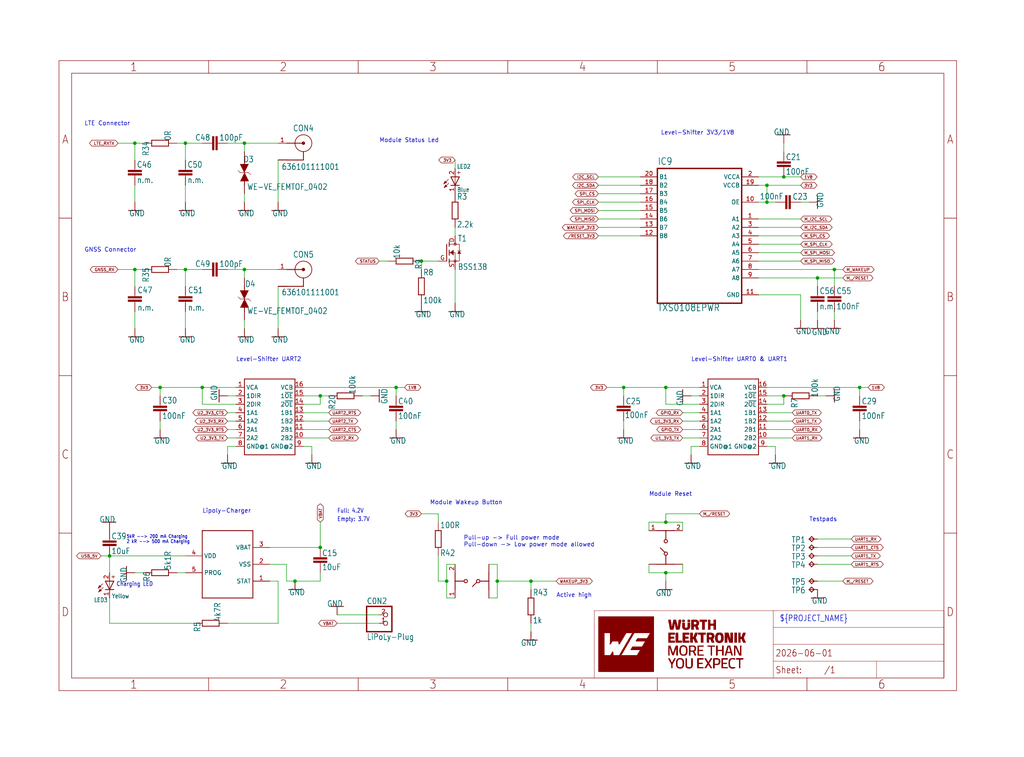
<source format=kicad_sch>
(kicad_sch (version 20231120) (generator "eeschema") (generator_version "8.0")
  (paper "User" 308.61 228.27)
  (lib_symbols
    (symbol "261503933xxxx_HW-V2-eagle-import:155124YS73200A_Eagle_WL-SMSW_rev20a_WL-SMSW_1204"
      (property "Reference" "D" (at -1.988 3.972 0))
      (symbol "155124YS73200A_Eagle_WL-SMSW_rev20a_WL-SMSW_1204_1_0"
        (text "+" (at 3.08 -1.74 0) (effects (font (size 1.27 1.0795)) (justify left bottom)))
        (pin passive line (at -2.54 0 0) (length 2.54) (name "-") (number "1"))
        (pin passive line (at 5.08 0 180) (length 2.54) (name "+") (number "2"))
      )
    )
    (symbol "261503933xxxx_HW-V2-eagle-import:434331013822_Eagle_WS-TASU_rev19b_434331013822"
      (symbol "434331013822_Eagle_WS-TASU_rev19b_434331013822_1_0"
        (pin passive line (at -5.08 5.08 0) (length 2.54) (name "1") (number "1"))
        (pin passive line (at 5.08 5.08 180) (length 2.54) (name "2") (number "2"))
        (pin passive line (at -5.08 -5.08 0) (length 2.54) (name "3") (number "3"))
        (pin passive line (at 5.08 -5.08 180) (length 2.54) (name "4") (number "4"))
        (pin passive line (at -5.08 -5.08 0) (length 2.54) (name "3") (number "5"))
        (pin passive line (at 5.08 -5.08 180) (length 2.54) (name "4") (number "6"))
      )
    )
    (symbol "261503933xxxx_HW-V2-eagle-import:8231714A_Eagle_WE-VE femtoF_rev19a_WE-VE_FEMTOF_0402"
      (property "Reference" "D" (at 1.27 2.54 0))
      (symbol "8231714A_Eagle_WE-VE femtoF_rev19a_WE-VE_FEMTOF_0402_1_0"
        (pin passive line (at 7.62 0 180) (length 2.54) (name "1") (number "1"))
        (pin passive line (at -5.08 0 0) (length 2.54) (name "2") (number "2"))
      )
    )
    (symbol "261503933xxxx_HW-V2-eagle-import:Eagle_WR-UMRF (rev21b)_636101111001"
      (property "Reference" "J" (at 0 3.54 0))
      (symbol "Eagle_WR-UMRF (rev21b)_636101111001_1_0"
        (pin passive line (at 7.62 0 180) (length 2.54) (name "1") (number "1"))
        (pin passive line (at 7.62 -5.08 180) (length 2.54) (name "2") (number "2"))
        (pin passive line (at 7.62 -5.08 180) (length 2.54) (name "2") (number "3"))
      )
    )
    (symbol "261503933xxxx_HW-V2-eagle-import:TI_SN74AVC4T245PWR"
      (symbol "TI_SN74AVC4T245PWR_1_0"
        (pin bidirectional line (at -10.16 7.62 0) (length 2.54) (name "VCA") (number "1"))
        (pin bidirectional line (at 10.16 -7.62 180) (length 2.54) (name "2B2") (number "10"))
        (pin bidirectional line (at 10.16 -5.08 180) (length 2.54) (name "2B1") (number "11"))
        (pin bidirectional line (at 10.16 -2.54 180) (length 2.54) (name "1B2") (number "12"))
        (pin bidirectional line (at 10.16 0 180) (length 2.54) (name "1B1") (number "13"))
        (pin bidirectional line (at 10.16 2.54 180) (length 2.54) (name "2~{OE}") (number "14"))
        (pin bidirectional line (at 10.16 5.08 180) (length 2.54) (name "1~{OE}") (number "15"))
        (pin bidirectional line (at 10.16 7.62 180) (length 2.54) (name "VCB") (number "16"))
        (pin bidirectional line (at -10.16 5.08 0) (length 2.54) (name "1DIR") (number "2"))
        (pin bidirectional line (at -10.16 2.54 0) (length 2.54) (name "2DIR") (number "3"))
        (pin bidirectional line (at -10.16 0 0) (length 2.54) (name "1A1") (number "4"))
        (pin bidirectional line (at -10.16 -2.54 0) (length 2.54) (name "1A2") (number "5"))
        (pin bidirectional line (at -10.16 -5.08 0) (length 2.54) (name "2A1") (number "6"))
        (pin bidirectional line (at -10.16 -7.62 0) (length 2.54) (name "2A2") (number "7"))
        (pin bidirectional line (at -10.16 -10.16 0) (length 2.54) (name "GND@1") (number "8"))
        (pin bidirectional line (at 10.16 -10.16 180) (length 2.54) (name "GND@2") (number "9"))
      )
    )
    (symbol "261503933xxxx_HW-V2-eagle-import:TI_TXS0108EPWR"
      (property "Reference" "U" (at -12.7 21.32 0))
      (symbol "TI_TXS0108EPWR_1_0"
        (pin bidirectional line (at 17.78 5.08 180) (length 5.08) (name "A1") (number "1"))
        (pin input line (at 17.78 10.16 180) (length 5.08) (name "OE") (number "10"))
        (pin power_in line (at 17.78 -17.78 180) (length 5.08) (name "GND") (number "11"))
        (pin bidirectional line (at -17.78 0 0) (length 5.08) (name "B8") (number "12"))
        (pin bidirectional line (at -17.78 2.54 0) (length 5.08) (name "B7") (number "13"))
        (pin bidirectional line (at -17.78 5.08 0) (length 5.08) (name "B6") (number "14"))
        (pin bidirectional line (at -17.78 7.62 0) (length 5.08) (name "B5") (number "15"))
        (pin bidirectional line (at -17.78 10.16 0) (length 5.08) (name "B4") (number "16"))
        (pin bidirectional line (at -17.78 12.7 0) (length 5.08) (name "B3") (number "17"))
        (pin bidirectional line (at -17.78 15.24 0) (length 5.08) (name "B2") (number "18"))
        (pin power_in line (at 17.78 15.24 180) (length 5.08) (name "VCCB") (number "19"))
        (pin power_in line (at 17.78 17.78 180) (length 5.08) (name "VCCA") (number "2"))
        (pin bidirectional line (at -17.78 17.78 0) (length 5.08) (name "B1") (number "20"))
        (pin bidirectional line (at 17.78 2.54 180) (length 5.08) (name "A2") (number "3"))
        (pin bidirectional line (at 17.78 0 180) (length 5.08) (name "A3") (number "4"))
        (pin bidirectional line (at 17.78 -2.54 180) (length 5.08) (name "A4") (number "5"))
        (pin bidirectional line (at 17.78 -5.08 180) (length 5.08) (name "A5") (number "6"))
        (pin bidirectional line (at 17.78 -7.62 180) (length 5.08) (name "A6") (number "7"))
        (pin bidirectional line (at 17.78 -10.16 180) (length 5.08) (name "A7") (number "8"))
        (pin bidirectional line (at 17.78 -12.7 180) (length 5.08) (name "A8") (number "9"))
      )
    )
    (symbol "261503933xxxx_HW-V2-eagle-import:adafruit_JST_2PIN"
      (property "Reference" "CN" (at -6.35 5.715 0))
      (symbol "adafruit_JST_2PIN_1_0"
        (pin passive inverted (at -2.54 0 0) (length 2.54) (name "2") (number "1"))
        (pin passive inverted (at -2.54 2.54 0) (length 2.54) (name "1") (number "2"))
      )
    )
    (symbol "261503933xxxx_HW-V2-eagle-import:frames_A4L-LOC_WE"
      (symbol "frames_A4L-LOC_WE_1_0"
        (text "${#}/${##}" (at 230.505 5.08 0) (effects (font (size 2 1.7)) (justify left bottom)))
        (text "${CURRENT_DATE}" (at 215.9 10.16 0) (effects (font (size 2 1.7)) (justify left bottom)))
        (text "${PROJECTNAME}" (at 215.9 15.24 0) (effects (font (size 2 1.7)) (justify left bottom)))
        (text "1" (at 22.5417 1.905 0) (effects (font (size 2.54 2.286))))
        (text "1" (at 22.5417 188.095 0) (effects (font (size 2.54 2.286))))
        (text "2" (at 67.625 1.905 0) (effects (font (size 2.54 2.286))))
        (text "2" (at 67.625 188.095 0) (effects (font (size 2.54 2.286))))
        (text "3" (at 112.7083 1.905 0) (effects (font (size 2.54 2.286))))
        (text "3" (at 112.7083 188.095 0) (effects (font (size 2.54 2.286))))
        (text "4" (at 157.7917 1.905 0) (effects (font (size 2.54 2.286))))
        (text "4" (at 157.7917 188.095 0) (effects (font (size 2.54 2.286))))
        (text "5" (at 202.875 1.905 0) (effects (font (size 2.54 2.286))))
        (text "5" (at 202.875 188.095 0) (effects (font (size 2.54 2.286))))
        (text "6" (at 247.9583 1.905 0) (effects (font (size 2.54 2.286))))
        (text "6" (at 247.9583 188.095 0) (effects (font (size 2.54 2.286))))
        (text "A" (at 1.905 166.25 0) (effects (font (size 2.54 2.286))))
        (text "A" (at 268.595 166.25 0) (effects (font (size 2.54 2.286))))
        (text "B" (at 1.905 118.75 0) (effects (font (size 2.54 2.286))))
        (text "B" (at 268.595 118.75 0) (effects (font (size 2.54 2.286))))
        (text "C" (at 1.905 71.25 0) (effects (font (size 2.54 2.286))))
        (text "C" (at 268.595 71.25 0) (effects (font (size 2.54 2.286))))
        (text "D" (at 1.905 23.75 0) (effects (font (size 2.54 2.286))))
        (text "D" (at 268.595 23.75 0) (effects (font (size 2.54 2.286))))
        (text "Sheet:" (at 215.9 5.08 0) (effects (font (size 2 1.7)) (justify left bottom)))
      )
    )
    (symbol "261503933xxxx_HW-V2-eagle-import:microchip_MCP73831T-2ACI/OT"
      (symbol "microchip_MCP73831T-2ACI/OT_1_0"
        (pin bidirectional line (at -12.7 5.08 0) (length 5.08) (name "STAT") (number "1"))
        (pin bidirectional line (at -12.7 0 0) (length 5.08) (name "VSS") (number "2"))
        (pin bidirectional line (at -12.7 -5.08 0) (length 5.08) (name "VBAT") (number "3"))
        (pin bidirectional line (at 12.7 -2.54 180) (length 5.08) (name "VDD") (number "4"))
        (pin bidirectional line (at 12.7 2.54 180) (length 5.08) (name "PROG") (number "5"))
      )
    )
    (symbol "261503933xxxx_HW-V2-eagle-import:rcl-WE_C0402_IPC"
      (property "Reference" "C" (at 1.524 0.381 0))
      (symbol "rcl-WE_C0402_IPC_1_0"
        (pin passive line (at 0 2.54 270) (length 2.54) (name "1") (number "1"))
        (pin passive line (at 0 -5.08 90) (length 2.54) (name "2") (number "2"))
      )
    )
    (symbol "261503933xxxx_HW-V2-eagle-import:rcl-WE_C0603_IPC"
      (property "Reference" "C" (at 1.524 0.381 0))
      (symbol "rcl-WE_C0603_IPC_1_0"
        (pin passive line (at 0 2.54 270) (length 2.54) (name "1") (number "1"))
        (pin passive line (at 0 -5.08 90) (length 2.54) (name "2") (number "2"))
      )
    )
    (symbol "261503933xxxx_HW-V2-eagle-import:rcl-WE_R0402_IPC"
      (property "Reference" "R" (at -1.4986 1.27 90))
      (symbol "rcl-WE_R0402_IPC_1_0"
        (pin passive line (at -5.08 0 0) (length 2.54) (name "1") (number "1"))
        (pin passive line (at 5.08 0 180) (length 2.54) (name "2") (number "2"))
      )
    )
    (symbol "261503933xxxx_HW-V2-eagle-import:rcl-amber_C0402_IPC"
      (property "Reference" "C" (at 1.524 0.381 0))
      (symbol "rcl-amber_C0402_IPC_1_0"
        (pin passive line (at 0 2.54 270) (length 2.54) (name "1") (number "1"))
        (pin passive line (at 0 -5.08 90) (length 2.54) (name "2") (number "2"))
      )
    )
    (symbol "261503933xxxx_HW-V2-eagle-import:rcl-amber_R0402_IPC"
      (property "Reference" "R" (at -1.4986 1.27 90))
      (symbol "rcl-amber_R0402_IPC_1_0"
        (pin passive line (at -5.08 0 0) (length 2.54) (name "1") (number "1"))
        (pin passive line (at 5.08 0 180) (length 2.54) (name "2") (number "2"))
      )
    )
    (symbol "261503933xxxx_HW-V2-eagle-import:supply1_GND" (power)
      (symbol "supply1_GND_1_0"
        (pin power_in line (at 0 2.54 270) (length 2.54) (name "GND") (number "1"))
      )
    )
    (symbol "261503933xxxx_HW-V2-eagle-import:testpad_TP15R"
      (property "Reference" "TP" (at 0.762 1.016 90))
      (symbol "testpad_TP15R_1_0"
        (pin passive line (at 0 -2.54 90) (length 2.54) (name "TP") (number "P$1"))
      )
    )
    (symbol "261503933xxxx_HW-V2-eagle-import:transistor_BSS138"
      (property "Reference" "T" (at -11.4506 2.5445 0))
      (symbol "transistor_BSS138_1_0"
        (pin passive line (at 2.54 5.08 270) (length 2.54) (name "D") (number "D"))
        (pin passive line (at -2.54 -2.54 0) (length 2.54) (name "G") (number "G"))
        (pin passive line (at 2.54 -5.08 90) (length 2.54) (name "S") (number "S"))
      )
    )
  )
  (junction (at 187.96 116.84))
  (junction (at 40.64 81.28))
  (junction (at 127 78.74))
  (junction (at 200.66 172.72))
  (junction (at 134.62 175.26))
  (junction (at 73.66 43.18))
  (junction (at 149.86 175.26))
  (junction (at 236.22 53.34))
  (junction (at 236.22 119.38))
  (junction (at 231.14 60.96))
  (junction (at 55.88 81.28))
  (junction (at 160.02 175.26))
  (junction (at 96.52 165.1))
  (junction (at 200.66 157.48))
  (junction (at 231.14 55.88))
  (junction (at 251.46 81.28))
  (junction (at 259.08 116.84))
  (junction (at 40.64 43.18))
  (junction (at 55.88 43.18))
  (junction (at 88.9 175.26))
  (junction (at 33.02 167.64))
  (junction (at 73.66 81.28))
  (junction (at 48.26 116.84))
  (junction (at 96.52 119.38))
  (junction (at 119.38 116.84))
  (junction (at 200.66 116.84))
  (junction (at 60.96 116.84))
  (junction (at 246.38 83.82))
  (wire (pts (xy 195.58 157.48) (xy 195.58 160.02)) (stroke (width 0.1524)))
  (wire (pts (xy 40.64 60.96) (xy 40.64 55.88)) (stroke (width 0.1524)))
  (wire (pts (xy 101.6 185.42) (xy 114.3 185.42)) (stroke (width 0.1524)))
  (wire (pts (xy 246.38 162.56) (xy 256.54 162.56)) (stroke (width 0.1524)))
  (wire (pts (xy 228.6 78.74) (xy 241.3 78.74)) (stroke (width 0.1524)))
  (wire (pts (xy 114.3 187.96) (xy 101.6 187.96)) (stroke (width 0.1524)))
  (wire (pts (xy 48.26 129.54) (xy 48.26 127)) (stroke (width 0.1524)))
  (wire (pts (xy 73.66 45.72) (xy 73.66 43.18)) (stroke (width 0.1524)))
  (wire (pts (xy 55.88 172.72) (xy 53.34 172.72)) (stroke (width 0.1524)))
  (wire (pts (xy 127 81.28) (xy 127 78.74)) (stroke (width 0.1524)))
  (wire (pts (xy 246.38 167.64) (xy 256.54 167.64)) (stroke (width 0.1524)))
  (wire (pts (xy 73.66 99.06) (xy 73.66 96.52)) (stroke (width 0.1524)))
  (wire (pts (xy 99.06 119.38) (xy 96.52 119.38)) (stroke (width 0.1524)))
  (wire (pts (xy 259.08 116.84) (xy 231.14 116.84)) (stroke (width 0.1524)))
  (wire (pts (xy 180.34 68.58) (xy 193.04 68.58)) (stroke (width 0.1524)))
  (wire (pts (xy 96.52 121.92) (xy 96.52 119.38)) (stroke (width 0.1524)))
  (wire (pts (xy 246.38 86.36) (xy 246.38 83.82)) (stroke (width 0.1524)))
  (wire (pts (xy 81.28 170.18) (xy 86.36 170.18)) (stroke (width 0.1524)))
  (wire (pts (xy 228.6 66.04) (xy 241.3 66.04)) (stroke (width 0.1524)))
  (wire (pts (xy 73.66 60.96) (xy 73.66 58.42)) (stroke (width 0.1524)))
  (wire (pts (xy 99.06 124.46) (xy 91.44 124.46)) (stroke (width 0.1524)))
  (wire (pts (xy 241.3 60.96) (xy 243.84 60.96)) (stroke (width 0.1524)))
  (wire (pts (xy 228.6 68.58) (xy 241.3 68.58)) (stroke (width 0.1524)))
  (wire (pts (xy 86.36 175.26) (xy 88.9 175.26)) (stroke (width 0.1524)))
  (wire (pts (xy 195.58 172.72) (xy 200.66 172.72)) (stroke (width 0.1524)))
  (wire (pts (xy 251.46 86.36) (xy 251.46 81.28)) (stroke (width 0.1524)))
  (wire (pts (xy 53.34 81.28) (xy 55.88 81.28)) (stroke (width 0.1524)))
  (wire (pts (xy 205.74 157.48) (xy 200.66 157.48)) (stroke (width 0.1524)))
  (wire (pts (xy 33.02 167.64) (xy 33.02 172.72)) (stroke (width 0.1524)))
  (wire (pts (xy 134.62 175.26) (xy 132.08 175.26)) (stroke (width 0.1524)))
  (wire (pts (xy 96.52 119.38) (xy 91.44 119.38)) (stroke (width 0.1524)))
  (wire (pts (xy 73.66 83.82) (xy 73.66 81.28)) (stroke (width 0.1524)))
  (wire (pts (xy 71.12 132.08) (xy 68.58 132.08)) (stroke (width 0.1524)))
  (wire (pts (xy 233.68 137.16) (xy 233.68 134.62)) (stroke (width 0.1524)))
  (wire (pts (xy 99.06 127) (xy 91.44 127)) (stroke (width 0.1524)))
  (wire (pts (xy 246.38 83.82) (xy 254 83.82)) (stroke (width 0.1524)))
  (wire (pts (xy 48.26 116.84) (xy 45.72 116.84)) (stroke (width 0.1524)))
  (wire (pts (xy 83.82 81.28) (xy 73.66 81.28)) (stroke (width 0.1524)))
  (wire (pts (xy 134.62 175.26) (xy 134.62 180.34)) (stroke (width 0.1524)))
  (wire (pts (xy 40.64 48.26) (xy 40.64 43.18)) (stroke (width 0.1524)))
  (wire (pts (xy 210.82 134.62) (xy 208.28 134.62)) (stroke (width 0.1524)))
  (wire (pts (xy 33.02 167.64) (xy 55.88 167.64)) (stroke (width 0.1524)))
  (wire (pts (xy 68.58 187.96) (xy 83.82 187.96)) (stroke (width 0.1524)))
  (wire (pts (xy 210.82 124.46) (xy 205.74 124.46)) (stroke (width 0.1524)))
  (wire (pts (xy 119.38 129.54) (xy 119.38 127)) (stroke (width 0.1524)))
  (wire (pts (xy 187.96 129.54) (xy 187.96 127)) (stroke (width 0.1524)))
  (wire (pts (xy 83.82 187.96) (xy 83.82 175.26)) (stroke (width 0.1524)))
  (wire (pts (xy 33.02 167.64) (xy 30.48 167.64)) (stroke (width 0.1524)))
  (wire (pts (xy 228.6 73.66) (xy 241.3 73.66)) (stroke (width 0.1524)))
  (wire (pts (xy 193.04 53.34) (xy 180.34 53.34)) (stroke (width 0.1524)))
  (wire (pts (xy 60.96 121.92) (xy 60.96 116.84)) (stroke (width 0.1524)))
  (wire (pts (xy 259.08 129.54) (xy 259.08 127)) (stroke (width 0.1524)))
  (wire (pts (xy 246.38 96.52) (xy 246.38 93.98)) (stroke (width 0.1524)))
  (wire (pts (xy 99.06 129.54) (xy 91.44 129.54)) (stroke (width 0.1524)))
  (wire (pts (xy 246.38 175.26) (xy 254 175.26)) (stroke (width 0.1524)))
  (wire (pts (xy 228.6 88.9) (xy 241.3 88.9)) (stroke (width 0.1524)))
  (wire (pts (xy 88.9 175.26) (xy 96.52 175.26)) (stroke (width 0.1524)))
  (wire (pts (xy 195.58 157.48) (xy 200.66 157.48)) (stroke (width 0.1524)))
  (wire (pts (xy 137.16 91.44) (xy 137.16 81.28)) (stroke (width 0.1524)))
  (wire (pts (xy 55.88 81.28) (xy 60.96 81.28)) (stroke (width 0.1524)))
  (wire (pts (xy 40.64 99.06) (xy 40.64 93.98)) (stroke (width 0.1524)))
  (wire (pts (xy 231.14 121.92) (xy 236.22 121.92)) (stroke (width 0.1524)))
  (wire (pts (xy 167.64 175.26) (xy 160.02 175.26)) (stroke (width 0.1524)))
  (wire (pts (xy 83.82 99.06) (xy 83.82 86.36)) (stroke (width 0.1524)))
  (wire (pts (xy 134.62 175.26) (xy 134.62 170.18)) (stroke (width 0.1524)))
  (wire (pts (xy 33.02 187.96) (xy 58.42 187.96)) (stroke (width 0.1524)))
  (wire (pts (xy 210.82 116.84) (xy 200.66 116.84)) (stroke (width 0.1524)))
  (wire (pts (xy 228.6 53.34) (xy 236.22 53.34)) (stroke (width 0.1524)))
  (wire (pts (xy 231.14 132.08) (xy 238.76 132.08)) (stroke (width 0.1524)))
  (wire (pts (xy 236.22 43.18) (xy 236.22 45.72)) (stroke (width 0.1524)))
  (wire (pts (xy 40.64 86.36) (xy 40.64 81.28)) (stroke (width 0.1524)))
  (wire (pts (xy 187.96 116.84) (xy 187.96 119.38)) (stroke (width 0.1524)))
  (wire (pts (xy 132.08 175.26) (xy 132.08 167.64)) (stroke (width 0.1524)))
  (wire (pts (xy 200.66 172.72) (xy 205.74 172.72)) (stroke (width 0.1524)))
  (wire (pts (xy 228.6 76.2) (xy 241.3 76.2)) (stroke (width 0.1524)))
  (wire (pts (xy 231.14 127) (xy 238.76 127)) (stroke (width 0.1524)))
  (wire (pts (xy 147.32 170.18) (xy 149.86 170.18)) (stroke (width 0.1524)))
  (wire (pts (xy 160.02 190.5) (xy 160.02 187.96)) (stroke (width 0.1524)))
  (wire (pts (xy 83.82 43.18) (xy 73.66 43.18)) (stroke (width 0.1524)))
  (wire (pts (xy 33.02 180.34) (xy 33.02 187.96)) (stroke (width 0.1524)))
  (wire (pts (xy 119.38 119.38) (xy 119.38 116.84)) (stroke (width 0.1524)))
  (wire (pts (xy 149.86 180.34) (xy 147.32 180.34)) (stroke (width 0.1524)))
  (wire (pts (xy 231.14 55.88) (xy 231.14 60.96)) (stroke (width 0.1524)))
  (wire (pts (xy 208.28 119.38) (xy 210.82 119.38)) (stroke (width 0.1524)))
  (wire (pts (xy 193.04 58.42) (xy 180.34 58.42)) (stroke (width 0.1524)))
  (wire (pts (xy 210.82 121.92) (xy 200.66 121.92)) (stroke (width 0.1524)))
  (wire (pts (xy 134.62 180.34) (xy 137.16 180.34)) (stroke (width 0.1524)))
  (wire (pts (xy 53.34 43.18) (xy 55.88 43.18)) (stroke (width 0.1524)))
  (wire (pts (xy 60.96 116.84) (xy 48.26 116.84)) (stroke (width 0.1524)))
  (wire (pts (xy 160.02 175.26) (xy 160.02 177.8)) (stroke (width 0.1524)))
  (wire (pts (xy 68.58 119.38) (xy 71.12 119.38)) (stroke (width 0.1524)))
  (wire (pts (xy 238.76 129.54) (xy 231.14 129.54)) (stroke (width 0.1524)))
  (wire (pts (xy 119.38 116.84) (xy 91.44 116.84)) (stroke (width 0.1524)))
  (wire (pts (xy 127 78.74) (xy 132.08 78.74)) (stroke (width 0.1524)))
  (wire (pts (xy 193.04 71.12) (xy 180.34 71.12)) (stroke (width 0.1524)))
  (wire (pts (xy 121.92 116.84) (xy 119.38 116.84)) (stroke (width 0.1524)))
  (wire (pts (xy 248.92 119.38) (xy 246.38 119.38)) (stroke (width 0.1524)))
  (wire (pts (xy 134.62 170.18) (xy 137.16 170.18)) (stroke (width 0.1524)))
  (wire (pts (xy 71.12 116.84) (xy 60.96 116.84)) (stroke (width 0.1524)))
  (wire (pts (xy 71.12 129.54) (xy 68.58 129.54)) (stroke (width 0.1524)))
  (wire (pts (xy 251.46 81.28) (xy 228.6 81.28)) (stroke (width 0.1524)))
  (wire (pts (xy 68.58 81.28) (xy 73.66 81.28)) (stroke (width 0.1524)))
  (wire (pts (xy 246.38 165.1) (xy 256.54 165.1)) (stroke (width 0.1524)))
  (wire (pts (xy 238.76 124.46) (xy 231.14 124.46)) (stroke (width 0.1524)))
  (wire (pts (xy 208.28 134.62) (xy 208.28 137.16)) (stroke (width 0.1524)))
  (wire (pts (xy 228.6 55.88) (xy 231.14 55.88)) (stroke (width 0.1524)))
  (wire (pts (xy 200.66 116.84) (xy 187.96 116.84)) (stroke (width 0.1524)))
  (wire (pts (xy 210.82 129.54) (xy 205.74 129.54)) (stroke (width 0.1524)))
  (wire (pts (xy 40.64 43.18) (xy 43.18 43.18)) (stroke (width 0.1524)))
  (wire (pts (xy 149.86 170.18) (xy 149.86 175.26)) (stroke (width 0.1524)))
  (wire (pts (xy 93.98 137.16) (xy 93.98 134.62)) (stroke (width 0.1524)))
  (wire (pts (xy 111.76 119.38) (xy 109.22 119.38)) (stroke (width 0.1524)))
  (wire (pts (xy 182.88 116.84) (xy 187.96 116.84)) (stroke (width 0.1524)))
  (wire (pts (xy 228.6 71.12) (xy 241.3 71.12)) (stroke (width 0.1524)))
  (wire (pts (xy 93.98 134.62) (xy 91.44 134.62)) (stroke (width 0.1524)))
  (wire (pts (xy 71.12 121.92) (xy 60.96 121.92)) (stroke (width 0.1524)))
  (wire (pts (xy 55.88 43.18) (xy 60.96 43.18)) (stroke (width 0.1524)))
  (wire (pts (xy 96.52 165.1) (xy 96.52 157.48)) (stroke (width 0.1524)))
  (wire (pts (xy 55.88 48.26) (xy 55.88 43.18)) (stroke (width 0.1524)))
  (wire (pts (xy 193.04 66.04) (xy 180.34 66.04)) (stroke (width 0.1524)))
  (wire (pts (xy 233.68 134.62) (xy 231.14 134.62)) (stroke (width 0.1524)))
  (wire (pts (xy 55.88 99.06) (xy 55.88 93.98)) (stroke (width 0.1524)))
  (wire (pts (xy 205.74 160.02) (xy 205.74 157.48)) (stroke (width 0.1524)))
  (wire (pts (xy 236.22 119.38) (xy 231.14 119.38)) (stroke (width 0.1524)))
  (wire (pts (xy 68.58 43.18) (xy 73.66 43.18)) (stroke (width 0.1524)))
  (wire (pts (xy 40.64 172.72) (xy 43.18 172.72)) (stroke (width 0.1524)))
  (wire (pts (xy 96.52 175.26) (xy 96.52 172.72)) (stroke (width 0.1524)))
  (wire (pts (xy 251.46 96.52) (xy 251.46 93.98)) (stroke (width 0.1524)))
  (wire (pts (xy 35.56 81.28) (xy 40.64 81.28)) (stroke (width 0.1524)))
  (wire (pts (xy 116.84 78.74) (xy 114.3 78.74)) (stroke (width 0.1524)))
  (wire (pts (xy 132.08 157.48) (xy 132.08 154.94)) (stroke (width 0.1524)))
  (wire (pts (xy 137.16 50.8) (xy 137.16 48.26)) (stroke (width 0.1524)))
  (wire (pts (xy 193.04 60.96) (xy 180.34 60.96)) (stroke (width 0.1524)))
  (wire (pts (xy 193.04 55.88) (xy 180.34 55.88)) (stroke (width 0.1524)))
  (wire (pts (xy 48.26 116.84) (xy 48.26 119.38)) (stroke (width 0.1524)))
  (wire (pts (xy 149.86 175.26) (xy 149.86 180.34)) (stroke (width 0.1524)))
  (wire (pts (xy 71.12 134.62) (xy 68.58 134.62)) (stroke (width 0.1524)))
  (wire (pts (xy 83.82 175.26) (xy 81.28 175.26)) (stroke (width 0.1524)))
  (wire (pts (xy 236.22 53.34) (xy 241.3 53.34)) (stroke (width 0.1524)))
  (wire (pts (xy 71.12 124.46) (xy 68.58 124.46)) (stroke (width 0.1524)))
  (wire (pts (xy 40.64 81.28) (xy 43.18 81.28)) (stroke (width 0.1524)))
  (wire (pts (xy 228.6 60.96) (xy 231.14 60.96)) (stroke (width 0.1524)))
  (wire (pts (xy 210.82 132.08) (xy 205.74 132.08)) (stroke (width 0.1524)))
  (wire (pts (xy 81.28 165.1) (xy 96.52 165.1)) (stroke (width 0.1524)))
  (wire (pts (xy 200.66 121.92) (xy 200.66 116.84)) (stroke (width 0.1524)))
  (wire (pts (xy 246.38 170.18) (xy 256.54 170.18)) (stroke (width 0.1524)))
  (wire (pts (xy 231.14 55.88) (xy 241.3 55.88)) (stroke (width 0.1524)))
  (wire (pts (xy 55.88 86.36) (xy 55.88 81.28)) (stroke (width 0.1524)))
  (wire (pts (xy 236.22 121.92) (xy 236.22 119.38)) (stroke (width 0.1524)))
  (wire (pts (xy 259.08 119.38) (xy 259.08 116.84)) (stroke (width 0.1524)))
  (wire (pts (xy 231.14 60.96) (xy 233.68 60.96)) (stroke (width 0.1524)))
  (wire (pts (xy 254 81.28) (xy 251.46 81.28)) (stroke (width 0.1524)))
  (wire (pts (xy 71.12 127) (xy 68.58 127)) (stroke (width 0.1524)))
  (wire (pts (xy 200.66 157.48) (xy 200.66 154.94)) (stroke (width 0.1524)))
  (wire (pts (xy 228.6 83.82) (xy 246.38 83.82)) (stroke (width 0.1524)))
  (wire (pts (xy 149.86 175.26) (xy 160.02 175.26)) (stroke (width 0.1524)))
  (wire (pts (xy 205.74 172.72) (xy 205.74 170.18)) (stroke (width 0.1524)))
  (wire (pts (xy 83.82 60.96) (xy 83.82 48.26)) (stroke (width 0.1524)))
  (wire (pts (xy 200.66 175.26) (xy 200.66 172.72)) (stroke (width 0.1524)))
  (wire (pts (xy 68.58 134.62) (xy 68.58 137.16)) (stroke (width 0.1524)))
  (wire (pts (xy 210.82 127) (xy 205.74 127)) (stroke (width 0.1524)))
  (wire (pts (xy 132.08 154.94) (xy 127 154.94)) (stroke (width 0.1524)))
  (wire (pts (xy 99.06 132.08) (xy 91.44 132.08)) (stroke (width 0.1524)))
  (wire (pts (xy 195.58 170.18) (xy 195.58 172.72)) (stroke (width 0.1524)))
  (wire (pts (xy 137.16 71.12) (xy 137.16 68.58)) (stroke (width 0.1524)))
  (wire (pts (xy 35.56 43.18) (xy 40.64 43.18)) (stroke (width 0.1524)))
  (wire (pts (xy 200.66 154.94) (xy 210.82 154.94)) (stroke (width 0.1524)))
  (wire (pts (xy 86.36 170.18) (xy 86.36 175.26)) (stroke (width 0.1524)))
  (wire (pts (xy 241.3 88.9) (xy 241.3 96.52)) (stroke (width 0.1524)))
  (wire (pts (xy 193.04 63.5) (xy 180.34 63.5)) (stroke (width 0.1524)))
  (wire (pts (xy 261.62 116.84) (xy 259.08 116.84)) (stroke (width 0.1524)))
  (wire (pts (xy 91.44 121.92) (xy 96.52 121.92)) (stroke (width 0.1524)))
  (wire (pts (xy 55.88 60.96) (xy 55.88 55.88)) (stroke (width 0.1524)))
  (text "Charging LED" (at 35.052 177.038 0) (effects (font (size 1.27 1.0795)) (justify left bottom)))
  (text "Module Reset" (at 195.58 149.86 0) (effects (font (size 1.27 1.27)) (justify left bottom)))
  (text "Module Wakeup Button" (at 129.54 152.4 0) (effects (font (size 1.27 1.27)) (justify left bottom)))
  (text "Level-Shifter 3V3/1V8" (at 199.136 40.894 0) (effects (font (size 1.27 1.27)) (justify left bottom)))
  (text "Level-Shifter UART2" (at 71.12 109.22 0) (effects (font (size 1.27 1.27)) (justify left bottom)))
  (text "LTE Connector" (at 25.4 38.1 0) (effects (font (size 1.27 1.27)) (justify left bottom)))
  (text "${PROJECT_NAME}" (at 234.95 187.706 0) (effects (font (size 1.778 1.5113)) (justify left bottom)))
  (text "Pull-up -> Full power mode\nPull-down -> Low power mode allowed" (at 139.7 165.1 0) (effects (font (size 1.27 1.27)) (justify left bottom)))
  (text "5kR --> 200 mA Charging" (at 38.1 162.56 0) (effects (font (size 1.016 0.8636)) (justify left bottom)))
  (text "Module Status Led" (at 114.3 43.18 0) (effects (font (size 1.27 1.27)) (justify left bottom)))
  (text "Lipoly-Charger" (at 60.96 154.94 0) (effects (font (size 1.27 1.27)) (justify left bottom)))
  (text "Full: 4.2V" (at 101.6 154.94 0) (effects (font (size 1.27 1.0795)) (justify left bottom)))
  (text "Empty: 3.7V" (at 101.6 157.48 0) (effects (font (size 1.27 1.0795)) (justify left bottom)))
  (text "Level-Shifter UART0 & UART1" (at 208.28 109.22 0) (effects (font (size 1.27 1.27)) (justify left bottom)))
  (text "GNSS Connector" (at 25.4 76.2 0) (effects (font (size 1.27 1.27)) (justify left bottom)))
  (text "2 kR --> 500 mA Charging" (at 38.1 164.084 0) (effects (font (size 1.016 0.8636)) (justify left bottom)))
  (text "Testpads" (at 243.84 157.48 0) (effects (font (size 1.27 1.27)) (justify left bottom)))
  (text "Active high" (at 167.64 180.34 0) (effects (font (size 1.27 1.27)) (justify left bottom)))
  (global_label "1V8" (shape bidirectional) (at 121.92 116.84 0) (effects (font (size 0.889 0.889))) (property "Intersheetrefs" "${INTERSHEET_REFS}" (effects (hide yes))))
  (global_label "3V3" (shape bidirectional) (at 241.3 55.88 0) (effects (font (size 0.889 0.889))) (property "Intersheetrefs" "${INTERSHEET_REFS}" (effects (hide yes))))
  (global_label "WAKEUP_3V3" (shape bidirectional) (at 180.34 68.58 180) (effects (font (size 0.889 0.889))) (property "Intersheetrefs" "${INTERSHEET_REFS}" (effects (hide yes))))
  (global_label "3V3" (shape bidirectional) (at 45.72 116.84 180) (effects (font (size 0.889 0.889))) (property "Intersheetrefs" "${INTERSHEET_REFS}" (effects (hide yes))))
  (global_label "U1_3V3_RX" (shape bidirectional) (at 205.74 127 180) (effects (font (size 0.889 0.889))) (property "Intersheetrefs" "${INTERSHEET_REFS}" (effects (hide yes))))
  (global_label "UART1_RX" (shape bidirectional) (at 256.54 162.56 0) (effects (font (size 0.889 0.889))) (property "Intersheetrefs" "${INTERSHEET_REFS}" (effects (hide yes))))
  (global_label "UART1_RTS" (shape bidirectional) (at 256.54 170.18 0) (effects (font (size 0.889 0.889))) (property "Intersheetrefs" "${INTERSHEET_REFS}" (effects (hide yes))))
  (global_label "UART1_TX" (shape bidirectional) (at 256.54 167.64 0) (effects (font (size 0.889 0.889))) (property "Intersheetrefs" "${INTERSHEET_REFS}" (effects (hide yes))))
  (global_label "M_SPI_MISO" (shape bidirectional) (at 241.3 78.74 0) (effects (font (size 0.889 0.889))) (property "Intersheetrefs" "${INTERSHEET_REFS}" (effects (hide yes))))
  (global_label "I2C_SDA" (shape bidirectional) (at 180.34 55.88 180) (effects (font (size 0.889 0.889))) (property "Intersheetrefs" "${INTERSHEET_REFS}" (effects (hide yes))))
  (global_label "SPI_CS" (shape bidirectional) (at 180.34 58.42 180) (effects (font (size 0.889 0.889))) (property "Intersheetrefs" "${INTERSHEET_REFS}" (effects (hide yes))))
  (global_label "1V8" (shape bidirectional) (at 261.62 116.84 0) (effects (font (size 0.889 0.889))) (property "Intersheetrefs" "${INTERSHEET_REFS}" (effects (hide yes))))
  (global_label "M_/RESET" (shape bidirectional) (at 254 83.82 0) (effects (font (size 0.889 0.889))) (property "Intersheetrefs" "${INTERSHEET_REFS}" (effects (hide yes))))
  (global_label "M_WAKEUP" (shape bidirectional) (at 254 81.28 0) (effects (font (size 0.889 0.889))) (property "Intersheetrefs" "${INTERSHEET_REFS}" (effects (hide yes))))
  (global_label "UART2_RX" (shape bidirectional) (at 99.06 132.08 0) (effects (font (size 0.889 0.889))) (property "Intersheetrefs" "${INTERSHEET_REFS}" (effects (hide yes))))
  (global_label "LTE_RXTX" (shape bidirectional) (at 35.56 43.18 180) (effects (font (size 0.889 0.889))) (property "Intersheetrefs" "${INTERSHEET_REFS}" (effects (hide yes))))
  (global_label "M_SPI_CS" (shape bidirectional) (at 241.3 71.12 0) (effects (font (size 0.889 0.889))) (property "Intersheetrefs" "${INTERSHEET_REFS}" (effects (hide yes))))
  (global_label "3V3" (shape bidirectional) (at 127 154.94 180) (effects (font (size 0.889 0.889))) (property "Intersheetrefs" "${INTERSHEET_REFS}" (effects (hide yes))))
  (global_label "M_SPI_MOSI" (shape bidirectional) (at 241.3 76.2 0) (effects (font (size 0.889 0.889))) (property "Intersheetrefs" "${INTERSHEET_REFS}" (effects (hide yes))))
  (global_label "UART0_RX" (shape bidirectional) (at 238.76 129.54 0) (effects (font (size 0.889 0.889))) (property "Intersheetrefs" "${INTERSHEET_REFS}" (effects (hide yes))))
  (global_label "UART2_RTS" (shape bidirectional) (at 99.06 124.46 0) (effects (font (size 0.889 0.889))) (property "Intersheetrefs" "${INTERSHEET_REFS}" (effects (hide yes))))
  (global_label "I2C_SCL" (shape bidirectional) (at 180.34 53.34 180) (effects (font (size 0.889 0.889))) (property "Intersheetrefs" "${INTERSHEET_REFS}" (effects (hide yes))))
  (global_label "GPIO_TX" (shape bidirectional) (at 205.74 129.54 180) (effects (font (size 0.889 0.889))) (property "Intersheetrefs" "${INTERSHEET_REFS}" (effects (hide yes))))
  (global_label "UART1_RX" (shape bidirectional) (at 238.76 132.08 0) (effects (font (size 0.889 0.889))) (property "Intersheetrefs" "${INTERSHEET_REFS}" (effects (hide yes))))
  (global_label "VBAT" (shape bidirectional) (at 96.52 157.48 90) (effects (font (size 0.889 0.889))) (property "Intersheetrefs" "${INTERSHEET_REFS}" (effects (hide yes))))
  (global_label "M_/RESET" (shape bidirectional) (at 254 175.26 0) (effects (font (size 0.889 0.889))) (property "Intersheetrefs" "${INTERSHEET_REFS}" (effects (hide yes))))
  (global_label "1V8" (shape bidirectional) (at 241.3 53.34 0) (effects (font (size 0.889 0.889))) (property "Intersheetrefs" "${INTERSHEET_REFS}" (effects (hide yes))))
  (global_label "U2_3V3_TX" (shape bidirectional) (at 68.58 132.08 180) (effects (font (size 0.889 0.889))) (property "Intersheetrefs" "${INTERSHEET_REFS}" (effects (hide yes))))
  (global_label "UART0_TX" (shape bidirectional) (at 238.76 124.46 0) (effects (font (size 0.889 0.889))) (property "Intersheetrefs" "${INTERSHEET_REFS}" (effects (hide yes))))
  (global_label "USB_5V" (shape bidirectional) (at 30.48 167.64 180) (effects (font (size 0.889 0.889))) (property "Intersheetrefs" "${INTERSHEET_REFS}" (effects (hide yes))))
  (global_label "UART2_TX" (shape bidirectional) (at 99.06 127 0) (effects (font (size 0.889 0.889))) (property "Intersheetrefs" "${INTERSHEET_REFS}" (effects (hide yes))))
  (global_label "UART2_CTS" (shape bidirectional) (at 99.06 129.54 0) (effects (font (size 0.889 0.889))) (property "Intersheetrefs" "${INTERSHEET_REFS}" (effects (hide yes))))
  (global_label "3V3" (shape bidirectional) (at 182.88 116.84 180) (effects (font (size 0.889 0.889))) (property "Intersheetrefs" "${INTERSHEET_REFS}" (effects (hide yes))))
  (global_label "UART1_TX" (shape bidirectional) (at 238.76 127 0) (effects (font (size 0.889 0.889))) (property "Intersheetrefs" "${INTERSHEET_REFS}" (effects (hide yes))))
  (global_label "3V3" (shape bidirectional) (at 137.16 48.26 180) (effects (font (size 0.889 0.889))) (property "Intersheetrefs" "${INTERSHEET_REFS}" (effects (hide yes))))
  (global_label "GPIO_RX" (shape bidirectional) (at 205.74 124.46 180) (effects (font (size 0.889 0.889))) (property "Intersheetrefs" "${INTERSHEET_REFS}" (effects (hide yes))))
  (global_label "STATUS" (shape bidirectional) (at 114.3 78.74 180) (effects (font (size 0.889 0.889))) (property "Intersheetrefs" "${INTERSHEET_REFS}" (effects (hide yes))))
  (global_label "WAKEUP_3V3" (shape bidirectional) (at 167.64 175.26 0) (effects (font (size 0.889 0.889))) (property "Intersheetrefs" "${INTERSHEET_REFS}" (effects (hide yes))))
  (global_label "SPI_CLK" (shape bidirectional) (at 180.34 60.96 180) (effects (font (size 0.889 0.889))) (property "Intersheetrefs" "${INTERSHEET_REFS}" (effects (hide yes))))
  (global_label "VBAT" (shape bidirectional) (at 101.6 187.96 180) (effects (font (size 0.889 0.889))) (property "Intersheetrefs" "${INTERSHEET_REFS}" (effects (hide yes))))
  (global_label "SPI_MISO" (shape bidirectional) (at 180.34 66.04 180) (effects (font (size 0.889 0.889))) (property "Intersheetrefs" "${INTERSHEET_REFS}" (effects (hide yes))))
  (global_label "M_I2C_SCL" (shape bidirectional) (at 241.3 66.04 0) (effects (font (size 0.889 0.889))) (property "Intersheetrefs" "${INTERSHEET_REFS}" (effects (hide yes))))
  (global_label "U2_3V3_RTS" (shape bidirectional) (at 68.58 129.54 180) (effects (font (size 0.889 0.889))) (property "Intersheetrefs" "${INTERSHEET_REFS}" (effects (hide yes))))
  (global_label "M_SPI_CLK" (shape bidirectional) (at 241.3 73.66 0) (effects (font (size 0.889 0.889))) (property "Intersheetrefs" "${INTERSHEET_REFS}" (effects (hide yes))))
  (global_label "SPI_MOSI" (shape bidirectional) (at 180.34 63.5 180) (effects (font (size 0.889 0.889))) (property "Intersheetrefs" "${INTERSHEET_REFS}" (effects (hide yes))))
  (global_label "/RESET_3V3" (shape bidirectional) (at 180.34 71.12 180) (effects (font (size 0.889 0.889))) (property "Intersheetrefs" "${INTERSHEET_REFS}" (effects (hide yes))))
  (global_label "M_I2C_SDA" (shape bidirectional) (at 241.3 68.58 0) (effects (font (size 0.889 0.889))) (property "Intersheetrefs" "${INTERSHEET_REFS}" (effects (hide yes))))
  (global_label "UART1_CTS" (shape bidirectional) (at 256.54 165.1 0) (effects (font (size 0.889 0.889))) (property "Intersheetrefs" "${INTERSHEET_REFS}" (effects (hide yes))))
  (global_label "U1_3V3_TX" (shape bidirectional) (at 205.74 132.08 180) (effects (font (size 0.889 0.889))) (property "Intersheetrefs" "${INTERSHEET_REFS}" (effects (hide yes))))
  (global_label "U2_3V3_RX" (shape bidirectional) (at 68.58 127 180) (effects (font (size 0.889 0.889))) (property "Intersheetrefs" "${INTERSHEET_REFS}" (effects (hide yes))))
  (global_label "U2_3V3_CTS" (shape bidirectional) (at 68.58 124.46 180) (effects (font (size 0.889 0.889))) (property "Intersheetrefs" "${INTERSHEET_REFS}" (effects (hide yes))))
  (global_label "M_/RESET" (shape bidirectional) (at 210.82 154.94 0) (effects (font (size 0.889 0.889))) (property "Intersheetrefs" "${INTERSHEET_REFS}" (effects (hide yes))))
  (global_label "GNSS_RX" (shape bidirectional) (at 35.56 81.28 180) (effects (font (size 0.889 0.889))) (property "Intersheetrefs" "${INTERSHEET_REFS}" (effects (hide yes))))
  (symbol (lib_id "261503933xxxx_HW-V2-eagle-import:supply1_GND") (at 83.82 101.6 0) (unit 1)
    (property "Reference" "#GND61" (effects (hide yes)))
    (property "Value" "GND" (at 82.042 103.378 0) (effects (font (size 1.778 1.5113)) (justify left bottom)))
  )
  (symbol (lib_id "261503933xxxx_HW-V2-eagle-import:supply1_GND") (at 200.66 177.8 0) (mirror y) (unit 1)
    (property "Reference" "#GND50" (effects (hide yes)))
    (property "Value" "GND" (at 202.438 179.832 0) (effects (font (size 1.778 1.5113)) (justify left bottom)))
  )
  (symbol (lib_id "261503933xxxx_HW-V2-eagle-import:supply1_GND") (at 208.28 139.7 0) (unit 1)
    (property "Reference" "#GND40" (effects (hide yes)))
    (property "Value" "GND" (at 206.502 141.478 0) (effects (font (size 1.778 1.5113)) (justify left bottom)))
  )
  (symbol (lib_id "261503933xxxx_HW-V2-eagle-import:rcl-amber_R0402_IPC") (at 127 86.36 90) (mirror x) (unit 1)
    (property "Reference" "R8" (at 127.5 83.1214 90) (effects (font (size 1.778 1.5113)) (justify right bottom)))
    (property "Value" "100k" (at 127.5 89.578 90) (effects (font (size 1.778 1.5113)) (justify right top)))
    (property "Footprint" "261503933xxxx_HW-V2:R0402_IPC" (effects (hide yes)))
    (property "P" "1/16W" (effects (hide yes)))
  )
  (symbol (lib_id "261503933xxxx_HW-V2-eagle-import:supply1_GND") (at 119.38 132.08 0) (unit 1)
    (property "Reference" "#GND44" (effects (hide yes)))
    (property "Value" "GND" (at 117.602 133.858 0) (effects (font (size 1.778 1.5113)) (justify left bottom)))
  )
  (symbol (lib_id "261503933xxxx_HW-V2-eagle-import:155124YS73200A_Eagle_WL-SMSW_rev20a_WL-SMSW_1204") (at 137.16 55.88 90) (unit 1)
    (property "Reference" "LED2" (at 137.712 50.892 90) (effects (font (size 1.27 1.0795)) (justify right top)))
    (property "Value" "Blue" (at 137.756 56.524 90) (effects (font (size 1.27 1.0795)) (justify right bottom)))
    (property "Footprint" "261503933xxxx_HW-V2:WL-SMSW_1204_A" (effects (hide yes)))
    (property "HEIGHT" "1,5mm" (effects (hide yes)))
    (property "MANUFACTURER" "würth elektronik" (effects (hide yes)))
    (property "NR" "155124BS73200" (effects (hide yes)))
    (property "PACK" "1204" (effects (hide yes)))
  )
  (symbol (lib_id "261503933xxxx_HW-V2-eagle-import:TI_SN74AVC4T245PWR") (at 220.98 124.46 0) (unit 1)
    (property "Reference" "IC5" (effects (hide yes)))
    (property "Value" "SN74AVC4T245PWR" (effects (hide yes)))
    (property "Footprint" "261503933xxxx_HW-V2:PW16(TSSOP16)" (effects (hide yes)))
    (property "PACK" "SMT" (effects (hide yes)))
  )
  (symbol (lib_id "261503933xxxx_HW-V2-eagle-import:rcl-amber_C0402_IPC") (at 40.64 91.44 0) (mirror x) (unit 1)
    (property "Reference" "C47" (at 41.364 86.541 0) (effects (font (size 1.778 1.5113)) (justify left bottom)))
    (property "Value" "n.m." (at 41.356 93.739 0) (effects (font (size 1.778 1.5113)) (justify left top)))
    (property "Footprint" "261503933xxxx_HW-V2:C0402_IPC" (effects (hide yes)))
    (property "MANUFACTURER" "n.m." (effects (hide yes)))
    (property "NR" "n.m." (effects (hide yes)))
  )
  (symbol (lib_id "261503933xxxx_HW-V2-eagle-import:8231714A_Eagle_WE-VE femtoF_rev19a_WE-VE_FEMTOF_0402") (at 73.66 53.34 90) (unit 1)
    (property "Reference" "D3" (at 74.93 49.022 90) (effects (font (size 1.778 1.5113)) (justify top)))
    (property "Value" "WE-VE_FEMTOF_0402" (at 74.422 55.372 90) (effects (font (size 1.778 1.5113)) (justify right bottom)))
    (property "Footprint" "261503933xxxx_HW-V2:WE-VE_FEMTOF_0402" (effects (hide yes)))
    (property "PACK" "SMT" (effects (hide yes)))
  )
  (symbol (lib_id "261503933xxxx_HW-V2-eagle-import:rcl-amber_C0402_IPC") (at 66.04 81.28 270) (mirror x) (unit 1)
    (property "Reference" "C49" (at 63.427 80.556 90) (effects (font (size 1.778 1.5113)) (justify right top)))
    (property "Value" "100pF" (at 66.053 80.564 90) (effects (font (size 1.778 1.5113)) (justify left top)))
    (property "Footprint" "261503933xxxx_HW-V2:C0402_IPC" (effects (hide yes)))
    (property "MANUFACTURER" "Würth Elektronik" (effects (hide yes)))
    (property "MAT" "NP0" (effects (hide yes)))
    (property "NR" "885012005061" (effects (hide yes)))
    (property "SPG" "50V" (effects (hide yes)))
    (property "TOL" "5%" (effects (hide yes)))
  )
  (symbol (lib_id "261503933xxxx_HW-V2-eagle-import:rcl-amber_C0402_IPC") (at 259.08 124.46 0) (mirror x) (unit 1)
    (property "Reference" "C29" (at 259.626 121.993 0) (effects (font (size 1.778 1.5113)) (justify left top)))
    (property "Value" "100nF" (at 259.634 124.447 0) (effects (font (size 1.778 1.5113)) (justify left bottom)))
    (property "Footprint" "261503933xxxx_HW-V2:C0402_IPC" (effects (hide yes)))
    (property "MANUFACTURER" "Würth Elektronik" (effects (hide yes)))
    (property "MAT" "X7R" (effects (hide yes)))
    (property "NR" "885012205037" (effects (hide yes)))
    (property "SPG" "16V" (effects (hide yes)))
    (property "TOL" "10%" (effects (hide yes)))
  )
  (symbol (lib_id "261503933xxxx_HW-V2-eagle-import:supply1_GND") (at 205.74 119.38 270) (unit 1)
    (property "Reference" "#GND39" (effects (hide yes)))
    (property "Value" "GND" (at 203.962 117.602 0) (effects (font (size 1.778 1.5113)) (justify left bottom)))
  )
  (symbol (lib_id "261503933xxxx_HW-V2-eagle-import:434331013822_Eagle_WS-TASU_rev19b_434331013822") (at 142.24 175.26 90) (unit 1)
    (property "Reference" "S2" (effects (hide yes)))
    (property "Value" "434331013822" (effects (hide yes)))
    (property "Footprint" "261503933xxxx_HW-V2:434331013822" (effects (hide yes)))
  )
  (symbol (lib_id "261503933xxxx_HW-V2-eagle-import:supply1_GND") (at 233.68 139.7 0) (unit 1)
    (property "Reference" "#GND41" (effects (hide yes)))
    (property "Value" "GND" (at 232.156 141.478 0) (effects (font (size 1.778 1.5113)) (justify left bottom)))
  )
  (symbol (lib_id "261503933xxxx_HW-V2-eagle-import:rcl-amber_C0402_IPC") (at 55.88 53.34 0) (mirror x) (unit 1)
    (property "Reference" "C50" (at 56.426 50.619 0) (effects (font (size 1.778 1.5113)) (justify left top)))
    (property "Value" "n.m." (at 56.434 53.327 0) (effects (font (size 1.778 1.5113)) (justify left bottom)))
    (property "Footprint" "261503933xxxx_HW-V2:C0402_IPC" (effects (hide yes)))
    (property "MANUFACTURER" "n.m." (effects (hide yes)))
    (property "NR" "n.m." (effects (hide yes)))
  )
  (symbol (lib_id "261503933xxxx_HW-V2-eagle-import:supply1_GND") (at 73.66 63.5 0) (unit 1)
    (property "Reference" "#GND58" (effects (hide yes)))
    (property "Value" "GND" (at 71.882 65.278 0) (effects (font (size 1.778 1.5113)) (justify left bottom)))
  )
  (symbol (lib_id "261503933xxxx_HW-V2-eagle-import:supply1_GND") (at 40.64 101.6 0) (unit 1)
    (property "Reference" "#GND64" (effects (hide yes)))
    (property "Value" "GND" (at 38.862 103.378 0) (effects (font (size 1.778 1.5113)) (justify left bottom)))
  )
  (symbol (lib_id "261503933xxxx_HW-V2-eagle-import:rcl-amber_C0402_IPC") (at 55.88 91.44 0) (mirror x) (unit 1)
    (property "Reference" "C51" (at 56.604 86.541 0) (effects (font (size 1.778 1.5113)) (justify left bottom)))
    (property "Value" "n.m." (at 56.596 93.739 0) (effects (font (size 1.778 1.5113)) (justify left top)))
    (property "Footprint" "261503933xxxx_HW-V2:C0402_IPC" (effects (hide yes)))
    (property "MANUFACTURER" "n.m." (effects (hide yes)))
    (property "NR" "n.m." (effects (hide yes)))
  )
  (symbol (lib_id "261503933xxxx_HW-V2-eagle-import:rcl-amber_R0402_IPC") (at 160.02 182.88 90) (mirror x) (unit 1)
    (property "Reference" "R43" (at 160.52 179.6414 90) (effects (font (size 1.778 1.5113)) (justify right bottom)))
    (property "Value" "1k" (at 160.52 186.098 90) (effects (font (size 1.778 1.5113)) (justify right top)))
    (property "Footprint" "261503933xxxx_HW-V2:R0402_IPC" (effects (hide yes)))
    (property "P" "1/16W" (effects (hide yes)))
  )
  (symbol (lib_id "261503933xxxx_HW-V2-eagle-import:testpad_TP15R") (at 243.84 177.8 90) (unit 1)
    (property "Reference" "TP6" (at 242.824 177.038 90) (effects (font (size 1.778 1.5113)) (justify left bottom)))
    (property "Value" "TP15R" (effects (hide yes)))
    (property "Footprint" "261503933xxxx_HW-V2:TP15R" (effects (hide yes)))
  )
  (symbol (lib_id "261503933xxxx_HW-V2-eagle-import:supply1_GND") (at 236.22 40.64 180) (unit 1)
    (property "Reference" "#GND27" (effects (hide yes)))
    (property "Value" "GND" (at 237.998 38.862 0) (effects (font (size 1.778 1.5113)) (justify left bottom)))
  )
  (symbol (lib_id "261503933xxxx_HW-V2-eagle-import:supply1_GND") (at 187.96 132.08 0) (unit 1)
    (property "Reference" "#GND36" (effects (hide yes)))
    (property "Value" "GND" (at 186.182 133.858 0) (effects (font (size 1.778 1.5113)) (justify left bottom)))
  )
  (symbol (lib_id "261503933xxxx_HW-V2-eagle-import:TI_TXS0108EPWR") (at 210.82 71.12 0) (unit 1)
    (property "Reference" "IC9" (at 198.12 49.8 0) (effects (font (size 2.0828 1.7703)) (justify left bottom)))
    (property "Value" "TXS0108EPWR" (at 198.12 93.916 0) (effects (font (size 2.0828 1.7703)) (justify left bottom)))
    (property "Footprint" "261503933xxxx_HW-V2:SOP65P640X120-20N" (effects (hide yes)))
    (property "HEIGHT" "1,2mm" (effects (hide yes)))
  )
  (symbol (lib_id "261503933xxxx_HW-V2-eagle-import:TI_SN74AVC4T245PWR") (at 81.28 124.46 0) (unit 1)
    (property "Reference" "IC8" (effects (hide yes)))
    (property "Value" "SN74AVC4T245PWR" (effects (hide yes)))
    (property "Footprint" "261503933xxxx_HW-V2:PW16(TSSOP16)" (effects (hide yes)))
    (property "PACK" "SMT" (effects (hide yes)))
  )
  (symbol (lib_id "261503933xxxx_HW-V2-eagle-import:supply1_GND") (at 241.3 99.06 0) (unit 1)
    (property "Reference" "#GND26" (effects (hide yes)))
    (property "Value" "GND" (at 239.776 100.838 0) (effects (font (size 1.778 1.5113)) (justify left bottom)))
  )
  (symbol (lib_id "261503933xxxx_HW-V2-eagle-import:supply1_GND") (at 160.02 193.04 0) (mirror y) (unit 1)
    (property "Reference" "#GND46" (effects (hide yes)))
    (property "Value" "GND" (at 161.798 194.818 0) (effects (font (size 1.778 1.5113)) (justify left bottom)))
  )
  (symbol (lib_id "261503933xxxx_HW-V2-eagle-import:supply1_GND") (at 246.38 99.06 0) (unit 1)
    (property "Reference" "#GND52" (effects (hide yes)))
    (property "Value" "GND" (at 244.602 101.092 0) (effects (font (size 1.778 1.5113)) (justify left bottom)))
  )
  (symbol (lib_id "261503933xxxx_HW-V2-eagle-import:rcl-amber_C0402_IPC") (at 66.04 43.18 270) (mirror x) (unit 1)
    (property "Reference" "C48" (at 63.427 42.456 90) (effects (font (size 1.778 1.5113)) (justify right top)))
    (property "Value" "100pF" (at 66.053 42.464 90) (effects (font (size 1.778 1.5113)) (justify left top)))
    (property "Footprint" "261503933xxxx_HW-V2:C0402_IPC" (effects (hide yes)))
    (property "MANUFACTURER" "Würth Elektronik" (effects (hide yes)))
    (property "MAT" "NP0" (effects (hide yes)))
    (property "NR" "885012005061" (effects (hide yes)))
  )
  (symbol (lib_id "261503933xxxx_HW-V2-eagle-import:supply1_GND") (at 48.26 132.08 0) (unit 1)
    (property "Reference" "#GND43" (effects (hide yes)))
    (property "Value" "GND" (at 46.482 133.858 0) (effects (font (size 1.778 1.5113)) (justify left bottom)))
  )
  (symbol (lib_id "261503933xxxx_HW-V2-eagle-import:supply1_GND") (at 88.9 177.8 0) (unit 1)
    (property "Reference" "#GND22" (effects (hide yes)))
    (property "Value" "GND" (at 87.122 179.578 0) (effects (font (size 1.778 1.5113)) (justify left bottom)))
  )
  (symbol (lib_id "261503933xxxx_HW-V2-eagle-import:testpad_TP15R") (at 243.84 162.56 90) (unit 1)
    (property "Reference" "TP1" (at 242.824 161.798 90) (effects (font (size 1.778 1.5113)) (justify left bottom)))
    (property "Value" "TP15R" (effects (hide yes)))
    (property "Footprint" "261503933xxxx_HW-V2:TP15R" (effects (hide yes)))
  )
  (symbol (lib_id "261503933xxxx_HW-V2-eagle-import:frames_A4L-LOC_WE") (at 17.78 208.28 0) (unit 1)
    (property "Reference" "#FR2" (effects (hide yes)))
    (property "Value" "A4L-LOC_WE" (effects (hide yes)))
  )
  (symbol (lib_id "261503933xxxx_HW-V2-eagle-import:testpad_TP15R") (at 243.84 170.18 90) (unit 1)
    (property "Reference" "TP4" (at 242.824 169.418 90) (effects (font (size 1.778 1.5113)) (justify left bottom)))
    (property "Value" "TP15R" (effects (hide yes)))
    (property "Footprint" "261503933xxxx_HW-V2:TP15R" (effects (hide yes)))
  )
  (symbol (lib_id "261503933xxxx_HW-V2-eagle-import:rcl-amber_C0402_IPC") (at 251.46 91.44 0) (mirror x) (unit 1)
    (property "Reference" "C55" (at 252.006 88.719 0) (effects (font (size 1.778 1.5113)) (justify left top)))
    (property "Value" "100nF" (at 252.014 91.427 0) (effects (font (size 1.778 1.5113)) (justify left bottom)))
    (property "Footprint" "261503933xxxx_HW-V2:C0402_IPC" (effects (hide yes)))
    (property "MANUFACTURER" "Würth Elektronik" (effects (hide yes)))
    (property "MAT" "X7R" (effects (hide yes)))
    (property "NR" "885012205037" (effects (hide yes)))
    (property "SPG" "16V" (effects (hide yes)))
    (property "TOL" "10%" (effects (hide yes)))
  )
  (symbol (lib_id "261503933xxxx_HW-V2-eagle-import:supply1_GND") (at 40.64 63.5 0) (unit 1)
    (property "Reference" "#GND60" (effects (hide yes)))
    (property "Value" "GND" (at 38.862 65.278 0) (effects (font (size 1.778 1.5113)) (justify left bottom)))
  )
  (symbol (lib_id "261503933xxxx_HW-V2-eagle-import:rcl-amber_R0402_IPC") (at 48.26 43.18 180) (unit 1)
    (property "Reference" "R34" (at 44.95 42.4814 90) (effects (font (size 1.778 1.5113)) (justify left top)))
    (property "Value" "0R" (at 51.57 42.502 90) (effects (font (size 1.778 1.5113)) (justify right top)))
    (property "Footprint" "261503933xxxx_HW-V2:R0402_IPC" (effects (hide yes)))
    (property "P" "1/16W" (effects (hide yes)))
  )
  (symbol (lib_id "261503933xxxx_HW-V2-eagle-import:rcl-amber_R0402_IPC") (at 132.08 162.56 90) (mirror x) (unit 1)
    (property "Reference" "R42" (at 132.596 165.7986 90) (effects (font (size 1.778 1.5113)) (justify right top)))
    (property "Value" "100R" (at 132.596 159.342 90) (effects (font (size 1.778 1.5113)) (justify right bottom)))
    (property "Footprint" "261503933xxxx_HW-V2:R0402_IPC" (effects (hide yes)))
  )
  (symbol (lib_id "261503933xxxx_HW-V2-eagle-import:rcl-WE_R0402_IPC") (at 48.26 172.72 0) (unit 1)
    (property "Reference" "R6" (at 45.212 172.2374 90) (effects (font (size 1.778 1.5113)) (justify right bottom)))
    (property "Value" "5k1R" (at 51.562 171.958 90) (effects (font (size 1.778 1.5113)) (justify left bottom)))
    (property "Footprint" "261503933xxxx_HW-V2:R0402_IPC" (effects (hide yes)))
    (property "NR" " RC0402FR-075K1L" (effects (hide yes)))
  )
  (symbol (lib_id "261503933xxxx_HW-V2-eagle-import:supply1_GND") (at 73.66 101.6 0) (unit 1)
    (property "Reference" "#GND62" (effects (hide yes)))
    (property "Value" "GND" (at 71.882 103.378 0) (effects (font (size 1.778 1.5113)) (justify left bottom)))
  )
  (symbol (lib_id "261503933xxxx_HW-V2-eagle-import:microchip_MCP73831T-2ACI/OT") (at 68.58 170.18 180) (unit 1)
    (property "Reference" "IC7" (effects (hide yes)))
    (property "Value" "MCP73831T-2ACI/OT" (effects (hide yes)))
    (property "Footprint" "261503933xxxx_HW-V2:SOT23-5" (effects (hide yes)))
    (property "HEIGHT" "1,3mm" (effects (hide yes)))
    (property "MANUFACTURER" "microchip" (effects (hide yes)))
    (property "NR" "MCP73831T-2ACI/OT" (effects (hide yes)))
    (property "PACK" "SOT-23" (effects (hide yes)))
  )
  (symbol (lib_id "261503933xxxx_HW-V2-eagle-import:testpad_TP15R") (at 243.84 175.26 90) (unit 1)
    (property "Reference" "TP5" (at 242.824 174.498 90) (effects (font (size 1.778 1.5113)) (justify left bottom)))
    (property "Value" "TP15R" (effects (hide yes)))
    (property "Footprint" "261503933xxxx_HW-V2:TP15R" (effects (hide yes)))
  )
  (symbol (lib_id "261503933xxxx_HW-V2-eagle-import:rcl-amber_C0402_IPC") (at 236.22 60.96 90) (mirror x) (unit 1)
    (property "Reference" "C23" (at 238.798 60.271 90) (effects (font (size 1.778 1.5113)) (justify right bottom)))
    (property "Value" "100nF" (at 236.174 60.211 90) (effects (font (size 1.778 1.5113)) (justify left bottom)))
    (property "Footprint" "261503933xxxx_HW-V2:C0402_IPC" (effects (hide yes)))
    (property "MANUFACTURER" "Würth Elektronik" (effects (hide yes)))
    (property "MAT" "X7R" (effects (hide yes)))
    (property "NR" "885012205037" (effects (hide yes)))
    (property "SPG" "16V" (effects (hide yes)))
    (property "TOL" "10%" (effects (hide yes)))
  )
  (symbol (lib_id "261503933xxxx_HW-V2-eagle-import:supply1_GND") (at 93.98 139.7 0) (unit 1)
    (property "Reference" "#GND48" (effects (hide yes)))
    (property "Value" "GND" (at 92.202 141.478 0) (effects (font (size 1.778 1.5113)) (justify left bottom)))
  )
  (symbol (lib_id "261503933xxxx_HW-V2-eagle-import:supply1_GND") (at 83.82 63.5 0) (unit 1)
    (property "Reference" "#GND57" (effects (hide yes)))
    (property "Value" "GND" (at 82.042 65.278 0) (effects (font (size 1.778 1.5113)) (justify left bottom)))
  )
  (symbol (lib_id "261503933xxxx_HW-V2-eagle-import:Eagle_WR-UMRF (rev21b)_636101111001") (at 91.44 43.18 0) (mirror y) (unit 1)
    (property "Reference" "CON4" (at 91.44 39.64 0) (effects (font (size 1.778 1.5113)) (justify bottom)))
    (property "Value" "636101111001" (at 84.836 49.324 0) (effects (font (size 1.778 1.5113)) (justify right top)))
    (property "Footprint" "261503933xxxx_HW-V2:636101111001" (effects (hide yes)))
    (property "HEIGHT" "1,25mm" (effects (hide yes)))
  )
  (symbol (lib_id "261503933xxxx_HW-V2-eagle-import:rcl-amber_R0402_IPC") (at 48.26 81.28 180) (unit 1)
    (property "Reference" "R35" (at 44.95 80.5814 90) (effects (font (size 1.778 1.5113)) (justify left top)))
    (property "Value" "0R" (at 51.57 80.602 90) (effects (font (size 1.778 1.5113)) (justify right top)))
    (property "Footprint" "261503933xxxx_HW-V2:R0402_IPC" (effects (hide yes)))
    (property "P" "1/16W" (effects (hide yes)))
  )
  (symbol (lib_id "261503933xxxx_HW-V2-eagle-import:testpad_TP15R") (at 243.84 165.1 90) (unit 1)
    (property "Reference" "TP2" (at 242.824 164.338 90) (effects (font (size 1.778 1.5113)) (justify left bottom)))
    (property "Value" "TP15R" (effects (hide yes)))
    (property "Footprint" "261503933xxxx_HW-V2:TP15R" (effects (hide yes)))
  )
  (symbol (lib_id "261503933xxxx_HW-V2-eagle-import:supply1_GND") (at 246.38 180.34 0) (unit 1)
    (property "Reference" "#GND34" (effects (hide yes)))
    (property "Value" "GND" (at 244.602 182.118 0) (effects (font (size 1.778 1.5113)) (justify left bottom)))
  )
  (symbol (lib_id "261503933xxxx_HW-V2-eagle-import:rcl-amber_C0402_IPC") (at 48.26 124.46 0) (mirror x) (unit 1)
    (property "Reference" "C30" (at 48.806 121.739 0) (effects (font (size 1.778 1.5113)) (justify left top)))
    (property "Value" "100nF" (at 48.814 124.447 0) (effects (font (size 1.778 1.5113)) (justify left bottom)))
    (property "Footprint" "261503933xxxx_HW-V2:C0402_IPC" (effects (hide yes)))
    (property "MANUFACTURER" "Würth Elektronik" (effects (hide yes)))
    (property "MAT" "X7R" (effects (hide yes)))
    (property "NR" "885012205037" (effects (hide yes)))
    (property "SPG" "16V" (effects (hide yes)))
    (property "TOL" "10%" (effects (hide yes)))
  )
  (symbol (lib_id "261503933xxxx_HW-V2-eagle-import:supply1_GND") (at 246.38 60.96 90) (unit 1)
    (property "Reference" "#GND35" (effects (hide yes)))
    (property "Value" "GND" (at 248.158 62.738 0) (effects (font (size 1.778 1.5113)) (justify left bottom)))
  )
  (symbol (lib_id "261503933xxxx_HW-V2-eagle-import:supply1_GND") (at 251.46 119.38 90) (unit 1)
    (property "Reference" "#GND42" (effects (hide yes)))
    (property "Value" "GND" (at 253.238 121.158 0) (effects (font (size 1.778 1.5113)) (justify left bottom)))
  )
  (symbol (lib_id "261503933xxxx_HW-V2-eagle-import:rcl-WE_R0402_IPC") (at 241.3 119.38 0) (unit 1)
    (property "Reference" "R7" (at 238.506 119.9134 90) (effects (font (size 1.778 1.5113)) (justify right top)))
    (property "Value" "100k" (at 244.602 119.888 90) (effects (font (size 1.778 1.5113)) (justify left top)))
    (property "Footprint" "261503933xxxx_HW-V2:R0402_IPC" (effects (hide yes)))
  )
  (symbol (lib_id "261503933xxxx_HW-V2-eagle-import:rcl-amber_C0402_IPC") (at 187.96 124.46 0) (mirror x) (unit 1)
    (property "Reference" "C25" (at 188.506 121.993 0) (effects (font (size 1.778 1.5113)) (justify left top)))
    (property "Value" "100nF" (at 188.26 124.193 0) (effects (font (size 1.778 1.5113)) (justify left bottom)))
    (property "Footprint" "261503933xxxx_HW-V2:C0402_IPC" (effects (hide yes)))
    (property "MANUFACTURER" "Würth Elektronik" (effects (hide yes)))
    (property "MAT" "X7R" (effects (hide yes)))
    (property "NR" "885012205037" (effects (hide yes)))
    (property "SPG" "16V" (effects (hide yes)))
    (property "TOL" "10%" (effects (hide yes)))
  )
  (symbol (lib_id "261503933xxxx_HW-V2-eagle-import:rcl-amber_R0402_IPC") (at 63.5 187.96 0) (unit 1)
    (property "Reference" "R5" (at 60.452 187.452 90) (effects (font (size 1.778 1.5113)) (justify right bottom)))
    (property "Value" "4k7R" (at 66.548 187.452 90) (effects (font (size 1.778 1.5113)) (justify left bottom)))
    (property "Footprint" "261503933xxxx_HW-V2:R0402_IPC" (effects (hide yes)))
  )
  (symbol (lib_id "261503933xxxx_HW-V2-eagle-import:supply1_GND") (at 259.08 132.08 0) (unit 1)
    (property "Reference" "#GND37" (effects (hide yes)))
    (property "Value" "GND" (at 257.302 133.858 0) (effects (font (size 1.778 1.5113)) (justify left bottom)))
  )
  (symbol (lib_id "261503933xxxx_HW-V2-eagle-import:supply1_GND") (at 127 93.98 0) (unit 1)
    (property "Reference" "#GND10" (effects (hide yes)))
    (property "Value" "GND" (at 125.222 95.758 0) (effects (font (size 1.778 1.5113)) (justify left bottom)))
  )
  (symbol (lib_id "261503933xxxx_HW-V2-eagle-import:supply1_GND") (at 66.04 119.38 270) (unit 1)
    (property "Reference" "#GND45" (effects (hide yes)))
    (property "Value" "GND" (at 65.532 120.904 0) (effects (font (size 1.778 1.5113)) (justify right top)))
  )
  (symbol (lib_id "261503933xxxx_HW-V2-eagle-import:supply1_GND") (at 33.02 157.48 180) (unit 1)
    (property "Reference" "#GND29" (effects (hide yes)))
    (property "Value" "GND" (at 34.798 155.702 0) (effects (font (size 1.778 1.5113)) (justify left bottom)))
  )
  (symbol (lib_id "261503933xxxx_HW-V2-eagle-import:155124YS73200A_Eagle_WL-SMSW_rev20a_WL-SMSW_1204") (at 33.02 177.8 90) (unit 1)
    (property "Reference" "LED3" (at 32.468 180.248 90) (effects (font (size 1.27 1.0795)) (justify left bottom)))
    (property "Value" "Yellow" (at 33.694 180.458 90) (effects (font (size 1.27 1.0795)) (justify right top)))
    (property "Footprint" "261503933xxxx_HW-V2:WL-SMSW_1204_A" (effects (hide yes)))
    (property "HEIGHT" "1,5mm" (effects (hide yes)))
    (property "MANUFACTURER" "würth elektronik" (effects (hide yes)))
    (property "NR" "155124YS73200" (effects (hide yes)))
    (property "PACK" "1204" (effects (hide yes)))
  )
  (symbol (lib_id "261503933xxxx_HW-V2-eagle-import:supply1_GND") (at 55.88 101.6 0) (unit 1)
    (property "Reference" "#GND63" (effects (hide yes)))
    (property "Value" "GND" (at 54.102 103.378 0) (effects (font (size 1.778 1.5113)) (justify left bottom)))
  )
  (symbol (lib_id "261503933xxxx_HW-V2-eagle-import:supply1_GND") (at 38.1 172.72 270) (unit 1)
    (property "Reference" "#GND18" (effects (hide yes)))
    (property "Value" "GND" (at 36.322 170.942 0) (effects (font (size 1.778 1.5113)) (justify left bottom)))
  )
  (symbol (lib_id "261503933xxxx_HW-V2-eagle-import:supply1_GND") (at 55.88 63.5 0) (unit 1)
    (property "Reference" "#GND59" (effects (hide yes)))
    (property "Value" "GND" (at 54.102 65.278 0) (effects (font (size 1.778 1.5113)) (justify left bottom)))
  )
  (symbol (lib_id "261503933xxxx_HW-V2-eagle-import:rcl-amber_R0402_IPC") (at 121.92 78.74 0) (mirror x) (unit 1)
    (property "Reference" "R9" (at 125.214 78.0414 90) (effects (font (size 1.778 1.5113)) (justify left top)))
    (property "Value" "10k" (at 118.626 78.062 90) (effects (font (size 1.778 1.5113)) (justify right top)))
    (property "Footprint" "261503933xxxx_HW-V2:R0402_IPC" (effects (hide yes)))
    (property "P" "1/16W" (effects (hide yes)))
  )
  (symbol (lib_id "261503933xxxx_HW-V2-eagle-import:transistor_BSS138") (at 134.62 76.2 0) (unit 1)
    (property "Reference" "T1" (at 137.9014 72.8935 0) (effects (font (size 1.7812 1.514)) (justify left bottom)))
    (property "Value" "BSS138" (at 137.9411 79.502 0) (effects (font (size 1.7809 1.5137)) (justify left top)))
    (property "Footprint" "261503933xxxx_HW-V2:BSS138" (effects (hide yes)))
  )
  (symbol (lib_id "261503933xxxx_HW-V2-eagle-import:rcl-amber_C0402_IPC") (at 119.38 124.46 0) (mirror x) (unit 1)
    (property "Reference" "C40" (at 119.926 121.993 0) (effects (font (size 1.778 1.5113)) (justify left top)))
    (property "Value" "100nF" (at 119.934 124.447 0) (effects (font (size 1.778 1.5113)) (justify left bottom)))
    (property "Footprint" "261503933xxxx_HW-V2:C0402_IPC" (effects (hide yes)))
    (property "MANUFACTURER" "Würth Elektronik" (effects (hide yes)))
    (property "MAT" "X7R" (effects (hide yes)))
    (property "NR" "885012205037" (effects (hide yes)))
    (property "SPG" "16V" (effects (hide yes)))
    (property "TOL" "10%" (effects (hide yes)))
  )
  (symbol (lib_id "261503933xxxx_HW-V2-eagle-import:rcl-WE_C0603_IPC") (at 33.02 162.56 0) (unit 1)
    (property "Reference" "C39" (at 33.528 162.687 0) (effects (font (size 1.778 1.5113)) (justify left bottom)))
    (property "Value" "10uF" (at 33.528 165.227 0) (effects (font (size 1.778 1.5113)) (justify left top)))
    (property "Footprint" "261503933xxxx_HW-V2:C0603_IPC" (effects (hide yes)))
    (property "NR" "885012106031" (effects (hide yes)))
  )
  (symbol (lib_id "261503933xxxx_HW-V2-eagle-import:rcl-amber_C0402_IPC") (at 246.38 91.44 0) (mirror x) (unit 1)
    (property "Reference" "C56" (at 246.926 88.719 0) (effects (font (size 1.778 1.5113)) (justify left top)))
    (property "Value" "n.m." (at 246.934 91.427 0) (effects (font (size 1.778 1.5113)) (justify left bottom)))
    (property "Footprint" "261503933xxxx_HW-V2:C0402_IPC" (effects (hide yes)))
    (property "MANUFACTURER" "n.m." (effects (hide yes)))
    (property "NR" "n.m." (effects (hide yes)))
  )
  (symbol (lib_id "261503933xxxx_HW-V2-eagle-import:rcl-amber_C0402_IPC") (at 40.64 53.34 0) (mirror x) (unit 1)
    (property "Reference" "C46" (at 41.186 50.619 0) (effects (font (size 1.778 1.5113)) (justify left top)))
    (property "Value" "n.m." (at 41.194 53.327 0) (effects (font (size 1.778 1.5113)) (justify left bottom)))
    (property "Footprint" "261503933xxxx_HW-V2:C0402_IPC" (effects (hide yes)))
    (property "MANUFACTURER" "n.m." (effects (hide yes)))
    (property "NR" "n.m." (effects (hide yes)))
  )
  (symbol (lib_id "261503933xxxx_HW-V2-eagle-import:Eagle_WR-UMRF (rev21b)_636101111001") (at 91.44 81.28 0) (mirror y) (unit 1)
    (property "Reference" "CON5" (at 91.44 77.74 0) (effects (font (size 1.778 1.5113)) (justify bottom)))
    (property "Value" "636101111001" (at 84.836 87.17 0) (effects (font (size 1.778 1.5113)) (justify right top)))
    (property "Footprint" "261503933xxxx_HW-V2:636101111001" (effects (hide yes)))
    (property "HEIGHT" "1,25mm" (effects (hide yes)))
  )
  (symbol (lib_id "261503933xxxx_HW-V2-eagle-import:rcl-WE_R0402_IPC") (at 104.14 119.38 0) (unit 1)
    (property "Reference" "R20" (at 101.092 118.8974 90) (effects (font (size 1.778 1.5113)) (justify right bottom)))
    (property "Value" "100k" (at 107.188 118.872 90) (effects (font (size 1.778 1.5113)) (justify left bottom)))
    (property "Footprint" "261503933xxxx_HW-V2:R0402_IPC" (effects (hide yes)))
  )
  (symbol (lib_id "261503933xxxx_HW-V2-eagle-import:8231714A_Eagle_WE-VE femtoF_rev19a_WE-VE_FEMTOF_0402") (at 73.66 91.44 90) (unit 1)
    (property "Reference" "D4" (at 75.438 86.614 90) (effects (font (size 1.778 1.5113)) (justify top)))
    (property "Value" "WE-VE_FEMTOF_0402" (at 74.422 94.742 90) (effects (font (size 1.778 1.5113)) (justify right top)))
    (property "Footprint" "261503933xxxx_HW-V2:WE-VE_FEMTOF_0402" (effects (hide yes)))
    (property "PACK" "SMT" (effects (hide yes)))
  )
  (symbol (lib_id "261503933xxxx_HW-V2-eagle-import:testpad_TP15R") (at 243.84 167.64 90) (unit 1)
    (property "Reference" "TP3" (at 242.824 166.878 90) (effects (font (size 1.778 1.5113)) (justify left bottom)))
    (property "Value" "TP15R" (effects (hide yes)))
    (property "Footprint" "261503933xxxx_HW-V2:TP15R" (effects (hide yes)))
  )
  (symbol (lib_id "261503933xxxx_HW-V2-eagle-import:rcl-amber_C0402_IPC") (at 236.22 50.8 0) (mirror x) (unit 1)
    (property "Reference" "C21" (at 236.766 48.333 0) (effects (font (size 1.778 1.5113)) (justify left top)))
    (property "Value" "100nF" (at 236.774 50.787 0) (effects (font (size 1.778 1.5113)) (justify left bottom)))
    (property "Footprint" "261503933xxxx_HW-V2:C0402_IPC" (effects (hide yes)))
    (property "MANUFACTURER" "Würth Elektronik" (effects (hide yes)))
    (property "MAT" "X7R" (effects (hide yes)))
    (property "NR" "885012205037" (effects (hide yes)))
    (property "SPG" "16V" (effects (hide yes)))
    (property "TOL" "10%" (effects (hide yes)))
  )
  (symbol (lib_id "261503933xxxx_HW-V2-eagle-import:supply1_GND") (at 68.58 139.7 0) (unit 1)
    (property "Reference" "#GND47" (effects (hide yes)))
    (property "Value" "GND" (at 66.802 141.478 0) (effects (font (size 1.778 1.5113)) (justify left bottom)))
  )
  (symbol (lib_id "261503933xxxx_HW-V2-eagle-import:supply1_GND") (at 114.3 119.38 90) (unit 1)
    (property "Reference" "#GND49" (effects (hide yes)))
    (property "Value" "GND" (at 116.84 121.92 0) (effects (font (size 1.778 1.5113)) (justify left bottom)))
  )
  (symbol (lib_id "261503933xxxx_HW-V2-eagle-import:supply1_GND") (at 137.16 93.98 0) (unit 1)
    (property "Reference" "#GND9" (effects (hide yes)))
    (property "Value" "GND" (at 135.382 95.758 0) (effects (font (size 1.778 1.5113)) (justify left bottom)))
  )
  (symbol (lib_id "261503933xxxx_HW-V2-eagle-import:supply1_GND") (at 251.46 99.06 0) (mirror y) (unit 1)
    (property "Reference" "#GND90" (effects (hide yes)))
    (property "Value" "GND" (at 253.238 100.838 0) (effects (font (size 1.778 1.5113)) (justify left bottom)))
  )
  (symbol (lib_id "261503933xxxx_HW-V2-eagle-import:rcl-WE_C0402_IPC") (at 96.52 167.64 0) (unit 1)
    (property "Reference" "C15" (at 97.028 167.767 0) (effects (font (size 1.778 1.5113)) (justify left bottom)))
    (property "Value" "10uF" (at 97.028 170.053 0) (effects (font (size 1.778 1.5113)) (justify left top)))
    (property "Footprint" "261503933xxxx_HW-V2:C0402_IPC" (effects (hide yes)))
  )
  (symbol (lib_id "261503933xxxx_HW-V2-eagle-import:adafruit_JST_2PIN") (at 116.84 187.96 0) (unit 1)
    (property "Reference" "C0N2" (at 110.49 182.245 0) (effects (font (size 1.778 1.5113)) (justify left bottom)))
    (property "Value" "LiPoLy-Plug" (at 110.49 193.04 0) (effects (font (size 1.778 1.5113)) (justify left bottom)))
    (property "Footprint" "261503933xxxx_HW-V2:JST-PH-2-SMT-RA-ADRASTEA-ANGEPASST" (effects (hide yes)))
    (property "HEIGHT" "9mm" (effects (hide yes)))
    (property "MANUFACTURER" "Adafruit" (effects (hide yes)))
    (property "NR" "1769" (effects (hide yes)))
    (property "PACK" "SMT" (effects (hide yes)))
  )
  (symbol (lib_id "261503933xxxx_HW-V2-eagle-import:434331013822_Eagle_WS-TASU_rev19b_434331013822") (at 200.66 165.1 0) (unit 1)
    (property "Reference" "S1" (effects (hide yes)))
    (property "Value" "434331013822" (effects (hide yes)))
    (property "Footprint" "261503933xxxx_HW-V2:434331013822" (effects (hide yes)))
  )
  (symbol (lib_id "261503933xxxx_HW-V2-eagle-import:rcl-amber_R0402_IPC") (at 137.16 63.5 90) (mirror x) (unit 1)
    (property "Reference" "R3" (at 137.66 60.2614 90) (effects (font (size 1.778 1.5113)) (justify right bottom)))
    (property "Value" "2.2k" (at 137.66 66.718 90) (effects (font (size 1.778 1.5113)) (justify right top)))
    (property "Footprint" "261503933xxxx_HW-V2:R0402_IPC" (effects (hide yes)))
    (property "P" "1/16W" (effects (hide yes)))
  )
  (symbol (lib_id "261503933xxxx_HW-V2-eagle-import:supply1_GND") (at 101.6 182.88 180) (unit 1)
    (property "Reference" "#GND24" (effects (hide yes)))
    (property "Value" "GND" (at 103.378 181.102 0) (effects (font (size 1.778 1.5113)) (justify left bottom)))
  )
)
</source>
